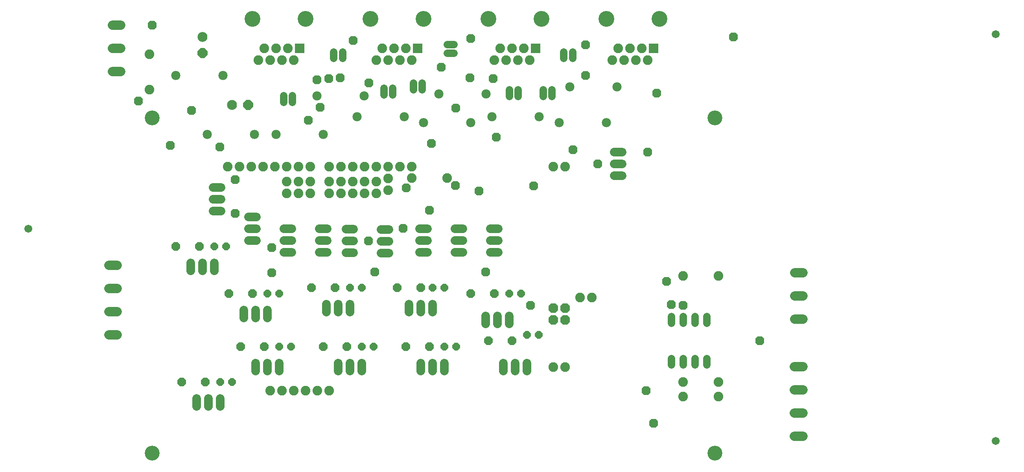
<source format=gbs>
G75*
%MOIN*%
%OFA0B0*%
%FSLAX25Y25*%
%IPPOS*%
%LPD*%
%AMOC8*
5,1,8,0,0,1.08239X$1,22.5*
%
%ADD10C,0.12611*%
%ADD11C,0.06706*%
%ADD12C,0.08200*%
%ADD13R,0.08200X0.08200*%
%ADD14C,0.13398*%
%ADD15OC8,0.08200*%
%ADD16C,0.06400*%
%ADD17OC8,0.07100*%
%ADD18OC8,0.06400*%
%ADD19C,0.07800*%
%ADD20C,0.07200*%
%ADD21C,0.07900*%
%ADD22C,0.08400*%
%ADD23OC8,0.08400*%
%ADD24OC8,0.07556*%
D10*
X0177044Y0133303D03*
X0177044Y0417949D03*
X0653816Y0417949D03*
X0653816Y0133303D03*
D11*
X0891965Y0143933D03*
X0891965Y0488933D03*
X0071965Y0323933D03*
D12*
X0240965Y0376433D03*
X0250965Y0376433D03*
X0260965Y0376433D03*
X0270965Y0376433D03*
X0280965Y0376433D03*
X0290965Y0376433D03*
X0300965Y0376433D03*
X0310965Y0376433D03*
X0310965Y0363933D03*
X0300965Y0363933D03*
X0290965Y0363933D03*
X0290965Y0353933D03*
X0300965Y0353933D03*
X0310965Y0353933D03*
X0326965Y0353933D03*
X0336965Y0353933D03*
X0346965Y0353933D03*
X0356965Y0353933D03*
X0366965Y0353933D03*
X0376965Y0356433D03*
X0376965Y0366433D03*
X0366965Y0363933D03*
X0356965Y0363933D03*
X0346965Y0363933D03*
X0336965Y0363933D03*
X0326965Y0363933D03*
X0326965Y0376433D03*
X0336965Y0376433D03*
X0346965Y0376433D03*
X0356965Y0376433D03*
X0366965Y0376433D03*
X0376965Y0376433D03*
X0386965Y0376433D03*
X0396965Y0376433D03*
X0396965Y0366728D03*
X0426965Y0366728D03*
X0516965Y0376433D03*
X0526965Y0376433D03*
X0496965Y0466728D03*
X0486965Y0466728D03*
X0476965Y0466728D03*
X0466965Y0466728D03*
X0471965Y0476728D03*
X0481965Y0476728D03*
X0491965Y0476728D03*
X0566965Y0466728D03*
X0576965Y0466728D03*
X0586965Y0466728D03*
X0596965Y0466728D03*
X0591965Y0476728D03*
X0581965Y0476728D03*
X0571965Y0476728D03*
X0396965Y0466728D03*
X0386965Y0466728D03*
X0376965Y0466728D03*
X0366965Y0466728D03*
X0371965Y0476728D03*
X0381965Y0476728D03*
X0391965Y0476728D03*
X0296965Y0466728D03*
X0286965Y0466728D03*
X0276965Y0466728D03*
X0266965Y0466728D03*
X0271965Y0476728D03*
X0281965Y0476728D03*
X0291965Y0476728D03*
X0174465Y0471728D03*
X0174465Y0441728D03*
X0516965Y0206433D03*
X0526965Y0206433D03*
X0539465Y0265433D03*
X0549465Y0265433D03*
X0626965Y0283933D03*
X0656965Y0283933D03*
X0656965Y0193933D03*
X0656965Y0181433D03*
X0626965Y0181433D03*
X0626965Y0193933D03*
X0326965Y0186433D03*
X0316965Y0186433D03*
X0306965Y0186433D03*
X0296965Y0186433D03*
X0286965Y0186433D03*
X0276965Y0186433D03*
D13*
X0301965Y0476728D03*
X0401965Y0476728D03*
X0501965Y0476728D03*
X0601965Y0476728D03*
D14*
X0606965Y0501728D03*
X0561965Y0501728D03*
X0506965Y0501728D03*
X0461965Y0501728D03*
X0406965Y0501728D03*
X0361965Y0501728D03*
X0306965Y0501728D03*
X0261965Y0501728D03*
D15*
X0516965Y0256433D03*
X0516965Y0246433D03*
X0526965Y0246433D03*
X0526965Y0256433D03*
D16*
X0616965Y0249533D02*
X0616965Y0243933D01*
X0626965Y0243933D02*
X0626965Y0249533D01*
X0636965Y0249533D02*
X0636965Y0243933D01*
X0646965Y0243933D02*
X0646965Y0249533D01*
X0646965Y0213933D02*
X0646965Y0208333D01*
X0636965Y0208333D02*
X0636965Y0213933D01*
X0626965Y0213933D02*
X0626965Y0208333D01*
X0616965Y0208333D02*
X0616965Y0213933D01*
X0515715Y0436133D02*
X0515715Y0441733D01*
X0508215Y0441733D02*
X0508215Y0436133D01*
X0486965Y0436133D02*
X0486965Y0441733D01*
X0479465Y0441733D02*
X0479465Y0436133D01*
X0525715Y0468338D02*
X0525715Y0473938D01*
X0533215Y0473938D02*
X0533215Y0468338D01*
X0432560Y0472683D02*
X0426960Y0472683D01*
X0426960Y0480183D02*
X0432560Y0480183D01*
X0405715Y0447408D02*
X0405715Y0441808D01*
X0398215Y0441808D02*
X0398215Y0447408D01*
X0380715Y0443083D02*
X0380715Y0437483D01*
X0373215Y0437483D02*
X0373215Y0443083D01*
X0338215Y0468338D02*
X0338215Y0473938D01*
X0330715Y0473938D02*
X0330715Y0468338D01*
X0295715Y0436733D02*
X0295715Y0431133D01*
X0288215Y0431133D02*
X0288215Y0436733D01*
D17*
X0216965Y0308933D03*
X0196965Y0308933D03*
X0241965Y0268933D03*
X0261965Y0268933D03*
X0311965Y0273933D03*
X0331965Y0273933D03*
X0384465Y0273933D03*
X0404465Y0273933D03*
X0446965Y0268933D03*
X0466965Y0268933D03*
X0461965Y0228933D03*
X0481965Y0228933D03*
X0411965Y0223933D03*
X0391965Y0223933D03*
X0341965Y0223933D03*
X0321965Y0223933D03*
X0271965Y0223933D03*
X0251965Y0223933D03*
X0221965Y0193933D03*
X0201965Y0193933D03*
D18*
X0234465Y0193933D03*
X0244465Y0193933D03*
X0284465Y0223933D03*
X0294465Y0223933D03*
X0284465Y0268933D03*
X0274465Y0268933D03*
X0239465Y0308933D03*
X0229465Y0308933D03*
X0344465Y0273933D03*
X0354465Y0273933D03*
X0414465Y0273933D03*
X0424465Y0273933D03*
X0479465Y0268933D03*
X0489465Y0268933D03*
X0494465Y0233933D03*
X0504465Y0233933D03*
X0434465Y0223933D03*
X0424465Y0223933D03*
X0364465Y0223933D03*
X0354465Y0223933D03*
D19*
X0321965Y0403933D03*
X0350565Y0418633D03*
X0356670Y0436433D03*
X0390565Y0418633D03*
X0406965Y0413933D03*
X0420090Y0438208D03*
X0446965Y0413933D03*
X0464940Y0418933D03*
X0460090Y0438208D03*
X0504940Y0418933D03*
X0521965Y0413933D03*
X0561965Y0413933D03*
X0570815Y0444138D03*
X0530815Y0444138D03*
X0316670Y0436433D03*
X0281965Y0403933D03*
X0263665Y0403908D03*
X0223665Y0403908D03*
X0236965Y0453933D03*
X0196965Y0453933D03*
D20*
X0228765Y0358933D02*
X0235165Y0358933D01*
X0235165Y0348933D02*
X0228765Y0348933D01*
X0228765Y0338933D02*
X0235165Y0338933D01*
X0258765Y0333933D02*
X0265165Y0333933D01*
X0265165Y0323933D02*
X0258765Y0323933D01*
X0258765Y0313933D02*
X0265165Y0313933D01*
X0288765Y0313933D02*
X0295165Y0313933D01*
X0295165Y0323933D02*
X0288765Y0323933D01*
X0288765Y0303933D02*
X0295165Y0303933D01*
X0318765Y0303933D02*
X0325165Y0303933D01*
X0325165Y0313933D02*
X0318765Y0313933D01*
X0318765Y0323933D02*
X0325165Y0323933D01*
X0341165Y0323333D02*
X0347565Y0323333D01*
X0347565Y0313333D02*
X0341165Y0313333D01*
X0341165Y0303333D02*
X0347565Y0303333D01*
X0371065Y0303258D02*
X0377465Y0303258D01*
X0377465Y0313258D02*
X0371065Y0313258D01*
X0371065Y0323258D02*
X0377465Y0323258D01*
X0403765Y0323933D02*
X0410165Y0323933D01*
X0410165Y0313933D02*
X0403765Y0313933D01*
X0403765Y0303933D02*
X0410165Y0303933D01*
X0433765Y0303933D02*
X0440165Y0303933D01*
X0440165Y0313933D02*
X0433765Y0313933D01*
X0433765Y0323933D02*
X0440165Y0323933D01*
X0463765Y0323933D02*
X0470165Y0323933D01*
X0470165Y0313933D02*
X0463765Y0313933D01*
X0463765Y0303933D02*
X0470165Y0303933D01*
X0414465Y0259633D02*
X0414465Y0253233D01*
X0404465Y0253233D02*
X0404465Y0259633D01*
X0394465Y0259633D02*
X0394465Y0253233D01*
X0344465Y0253233D02*
X0344465Y0259633D01*
X0334465Y0259633D02*
X0334465Y0253233D01*
X0324465Y0253233D02*
X0324465Y0259633D01*
X0274465Y0254633D02*
X0274465Y0248233D01*
X0264465Y0248233D02*
X0264465Y0254633D01*
X0254465Y0254633D02*
X0254465Y0248233D01*
X0264465Y0209633D02*
X0264465Y0203233D01*
X0274465Y0203233D02*
X0274465Y0209633D01*
X0284465Y0209633D02*
X0284465Y0203233D01*
X0334465Y0203233D02*
X0334465Y0209633D01*
X0344465Y0209633D02*
X0344465Y0203233D01*
X0354465Y0203233D02*
X0354465Y0209633D01*
X0404465Y0209633D02*
X0404465Y0203233D01*
X0414465Y0203233D02*
X0414465Y0209633D01*
X0424465Y0209633D02*
X0424465Y0203233D01*
X0474465Y0203233D02*
X0474465Y0209633D01*
X0484465Y0209633D02*
X0484465Y0203233D01*
X0494465Y0203233D02*
X0494465Y0209633D01*
X0479465Y0243233D02*
X0479465Y0249633D01*
X0469465Y0249633D02*
X0469465Y0243233D01*
X0459465Y0243233D02*
X0459465Y0249633D01*
X0568765Y0368933D02*
X0575165Y0368933D01*
X0575165Y0378933D02*
X0568765Y0378933D01*
X0568765Y0388933D02*
X0575165Y0388933D01*
X0234465Y0179633D02*
X0234465Y0173233D01*
X0224465Y0173233D02*
X0224465Y0179633D01*
X0214465Y0179633D02*
X0214465Y0173233D01*
X0209465Y0288233D02*
X0209465Y0294633D01*
X0219465Y0294633D02*
X0219465Y0288233D01*
X0229465Y0288233D02*
X0229465Y0294633D01*
D21*
X0147436Y0292691D02*
X0140336Y0292691D01*
X0140336Y0273006D02*
X0147436Y0273006D01*
X0147436Y0253321D02*
X0140336Y0253321D01*
X0140336Y0233636D02*
X0147436Y0233636D01*
X0150436Y0457043D02*
X0143336Y0457043D01*
X0143336Y0476728D02*
X0150436Y0476728D01*
X0150436Y0496413D02*
X0143336Y0496413D01*
X0721486Y0286413D02*
X0728586Y0286413D01*
X0728586Y0266728D02*
X0721486Y0266728D01*
X0721486Y0247043D02*
X0728586Y0247043D01*
X0728507Y0206886D02*
X0721407Y0206886D01*
X0721407Y0187201D02*
X0728507Y0187201D01*
X0728507Y0167516D02*
X0721407Y0167516D01*
X0721407Y0147831D02*
X0728507Y0147831D01*
D22*
X0244465Y0428933D03*
X0219760Y0486433D03*
D23*
X0219760Y0472683D03*
X0258215Y0428933D03*
D24*
X0210365Y0424033D03*
X0192365Y0394333D03*
X0234440Y0392983D03*
X0247265Y0365533D03*
X0247265Y0336733D03*
X0278215Y0307683D03*
X0278215Y0286433D03*
X0360440Y0313333D03*
X0389465Y0324133D03*
X0411965Y0339433D03*
X0392165Y0358333D03*
X0434015Y0360583D03*
X0454040Y0355858D03*
X0500165Y0360133D03*
X0533465Y0390733D03*
X0554465Y0378933D03*
X0596965Y0388933D03*
X0604465Y0438933D03*
X0544265Y0453733D03*
X0544265Y0479833D03*
X0465965Y0451033D03*
X0446165Y0451933D03*
X0421865Y0460933D03*
X0447065Y0485233D03*
X0434240Y0426058D03*
X0468665Y0401533D03*
X0413765Y0396133D03*
X0360665Y0447433D03*
X0336365Y0451933D03*
X0326465Y0451033D03*
X0316565Y0450133D03*
X0319265Y0426733D03*
X0309365Y0415933D03*
X0347165Y0483433D03*
X0176965Y0496433D03*
X0165365Y0432133D03*
X0365515Y0287283D03*
X0459665Y0287008D03*
X0497690Y0258633D03*
X0613065Y0279133D03*
X0616940Y0259333D03*
X0626965Y0258933D03*
X0691965Y0228933D03*
X0595715Y0186433D03*
X0601965Y0158933D03*
X0669465Y0486433D03*
M02*

</source>
